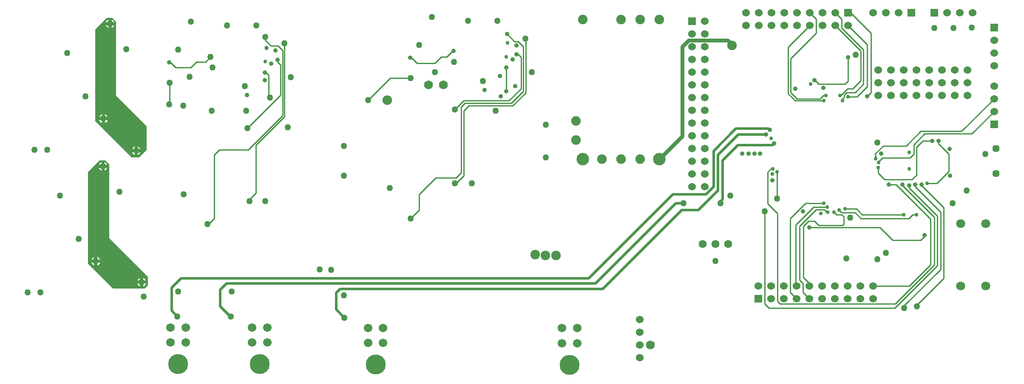
<source format=gbl>
G04 Layer_Physical_Order=4*
G04 Layer_Color=16711680*
%FSLAX23Y23*%
%MOIN*%
G70*
G01*
G75*
%ADD51C,0.020*%
%ADD52C,0.010*%
%ADD53C,0.030*%
%ADD59C,0.157*%
%ADD60C,0.067*%
%ADD61C,0.070*%
%ADD62C,0.060*%
%ADD63C,0.075*%
%ADD64C,0.098*%
%ADD65C,0.063*%
%ADD66C,0.071*%
%ADD67C,0.060*%
%ADD68R,0.060X0.060*%
%ADD69R,0.060X0.060*%
%ADD70C,0.057*%
%ADD71C,0.030*%
%ADD72C,0.035*%
%ADD73C,0.050*%
%ADD74C,0.075*%
%ADD75C,0.034*%
G36*
X4055Y5040D02*
Y4460D01*
X4295Y4220D01*
X4295Y4035D01*
X4235Y3975D01*
X4175D01*
X3890Y4260D01*
Y4980D01*
X3980Y5070D01*
X4025D01*
X4055Y5040D01*
D02*
G37*
G36*
X4000Y3920D02*
Y3340D01*
X4305Y3035D01*
X4305Y2970D01*
X4280Y2945D01*
X4030Y2945D01*
X3835Y3140D01*
Y3860D01*
X3925Y3950D01*
X3970D01*
X4000Y3920D01*
D02*
G37*
%LPC*%
G36*
X4019Y5058D02*
Y5037D01*
X4040D01*
X4037Y5043D01*
X4032Y5050D01*
X4025Y5056D01*
X4019Y5058D01*
D02*
G37*
G36*
X3943Y4313D02*
X3937Y4311D01*
X3930Y4305D01*
X3924Y4298D01*
X3922Y4293D01*
X3943D01*
Y4313D01*
D02*
G37*
G36*
X3988Y4267D02*
X3967D01*
Y4247D01*
X3973Y4249D01*
X3980Y4255D01*
X3986Y4262D01*
X3988Y4267D01*
D02*
G37*
G36*
X3943D02*
X3922D01*
X3924Y4262D01*
X3930Y4255D01*
X3937Y4249D01*
X3943Y4247D01*
Y4267D01*
D02*
G37*
G36*
X4040Y5012D02*
X4019D01*
Y4992D01*
X4025Y4994D01*
X4032Y5000D01*
X4037Y5007D01*
X4040Y5012D01*
D02*
G37*
G36*
X3994D02*
X3974D01*
X3976Y5007D01*
X3982Y5000D01*
X3989Y4994D01*
X3994Y4992D01*
Y5012D01*
D02*
G37*
G36*
X3967Y4313D02*
Y4293D01*
X3988D01*
X3986Y4298D01*
X3980Y4305D01*
X3973Y4311D01*
X3967Y4313D01*
D02*
G37*
G36*
X4200Y4015D02*
X4180D01*
X4182Y4010D01*
X4188Y4003D01*
X4195Y3997D01*
X4200Y3995D01*
Y4015D01*
D02*
G37*
G36*
X3994Y5058D02*
X3989Y5056D01*
X3982Y5050D01*
X3976Y5043D01*
X3974Y5037D01*
X3994D01*
Y5058D01*
D02*
G37*
G36*
X4225Y4060D02*
Y4040D01*
X4245D01*
X4243Y4045D01*
X4237Y4052D01*
X4230Y4058D01*
X4225Y4060D01*
D02*
G37*
G36*
X4200D02*
X4195Y4058D01*
X4188Y4052D01*
X4182Y4045D01*
X4180Y4040D01*
X4200D01*
Y4060D01*
D02*
G37*
G36*
X4245Y4015D02*
X4225D01*
Y3995D01*
X4230Y3997D01*
X4237Y4003D01*
X4243Y4010D01*
X4245Y4015D01*
D02*
G37*
G36*
X3908Y3193D02*
Y3172D01*
X3928D01*
X3926Y3178D01*
X3920Y3185D01*
X3913Y3191D01*
X3908Y3193D01*
D02*
G37*
G36*
X3882D02*
X3877Y3191D01*
X3870Y3185D01*
X3864Y3178D01*
X3862Y3172D01*
X3882D01*
Y3193D01*
D02*
G37*
G36*
X3928Y3148D02*
X3908D01*
Y3127D01*
X3913Y3129D01*
X3920Y3135D01*
X3926Y3142D01*
X3928Y3148D01*
D02*
G37*
G36*
X3939Y3938D02*
X3934Y3936D01*
X3927Y3930D01*
X3921Y3923D01*
X3919Y3918D01*
X3939D01*
Y3938D01*
D02*
G37*
G36*
X3985Y3892D02*
X3964D01*
Y3872D01*
X3970Y3874D01*
X3977Y3880D01*
X3982Y3887D01*
X3985Y3892D01*
D02*
G37*
G36*
X3939D02*
X3919D01*
X3921Y3887D01*
X3927Y3880D01*
X3934Y3874D01*
X3939Y3872D01*
Y3892D01*
D02*
G37*
G36*
X4288Y2983D02*
X4267D01*
Y2962D01*
X4273Y2964D01*
X4280Y2970D01*
X4286Y2977D01*
X4288Y2983D01*
D02*
G37*
G36*
X4242D02*
X4222D01*
X4224Y2977D01*
X4230Y2970D01*
X4237Y2964D01*
X4242Y2962D01*
Y2983D01*
D02*
G37*
G36*
X3882Y3148D02*
X3862D01*
X3864Y3142D01*
X3870Y3135D01*
X3877Y3129D01*
X3882Y3127D01*
Y3148D01*
D02*
G37*
G36*
X4267Y3028D02*
Y3007D01*
X4288D01*
X4286Y3013D01*
X4280Y3020D01*
X4273Y3026D01*
X4267Y3028D01*
D02*
G37*
G36*
X4242D02*
X4237Y3026D01*
X4230Y3020D01*
X4224Y3013D01*
X4222Y3007D01*
X4242D01*
Y3028D01*
D02*
G37*
G36*
X3964Y3938D02*
Y3918D01*
X3985D01*
X3982Y3923D01*
X3977Y3930D01*
X3970Y3936D01*
X3964Y3938D01*
D02*
G37*
%LPD*%
D51*
X8775Y3995D02*
X8935Y4155D01*
X8490Y3560D02*
X8620D01*
X8775Y3715D01*
X7870Y2940D02*
X8490Y3560D01*
X8775Y3715D02*
Y3995D01*
X8680Y3685D02*
X8740Y3745D01*
X4920Y2985D02*
X7815D01*
X8420Y3685D02*
X8680D01*
X7760Y3025D02*
X8420Y3685D01*
X4490Y2770D02*
X4535Y2725D01*
X4490Y2770D02*
Y2950D01*
X4870Y2805D02*
X4950Y2725D01*
X4870Y2805D02*
Y2935D01*
X8795Y3615D02*
Y3630D01*
X5780Y2780D02*
X5845Y2715D01*
X5780Y2780D02*
Y2910D01*
X5810Y2940D01*
X4490Y2950D02*
X4565Y3025D01*
X4870Y2935D02*
X4920Y2985D01*
X4565Y3025D02*
X7760D01*
X5810Y2940D02*
X7870D01*
X8445Y3615D02*
X8505D01*
X7815Y2985D02*
X8445Y3615D01*
X8795Y3630D02*
X8810Y3645D01*
Y3950D01*
X8935Y4155D02*
X9150D01*
X8740Y3745D02*
Y4025D01*
X8915Y4200D01*
X9170D01*
X9180Y4190D01*
X8810Y3950D02*
X8930Y4070D01*
X9200D02*
X9215Y4085D01*
X8930Y4070D02*
X9200D01*
D52*
X9607Y3563D02*
X9630Y3540D01*
X10365Y3325D02*
X10400Y3360D01*
X7200Y4790D02*
X7230Y4760D01*
X4770Y3440D02*
X4825Y3495D01*
X9795Y4450D02*
X9865D01*
X9945Y4530D01*
X9765Y4450D02*
Y4465D01*
X9750Y4435D02*
X9765Y4450D01*
X9750Y4420D02*
Y4435D01*
X9765Y4465D02*
X9785Y4485D01*
X9850D01*
X9380Y4420D02*
X9605D01*
X9600Y4460D02*
X9620D01*
X9575Y4435D02*
X9600Y4460D01*
X9395Y4435D02*
X9575D01*
X9790Y4515D02*
X9830D01*
X9850Y4485D02*
X9915Y4550D01*
X4825Y3495D02*
Y3995D01*
X4770Y3440D02*
Y3450D01*
X4475Y4395D02*
Y4560D01*
X4470Y4390D02*
X4475Y4395D01*
X9990Y2965D02*
X10275D01*
X9340Y2915D02*
X9390Y2865D01*
X5100Y3630D02*
Y3645D01*
X5150Y3695D01*
X4520Y4680D02*
X4640D01*
X4480Y4720D02*
X4520Y4680D01*
X4470Y4720D02*
X4480D01*
X4640Y4680D02*
X4685Y4725D01*
X4756D01*
X5090Y4035D02*
X5360Y4305D01*
X4865Y4035D02*
X5090D01*
X4825Y3995D02*
X4865Y4035D01*
X5150Y4070D02*
X5375Y4295D01*
X5150Y3695D02*
Y4070D01*
X5375Y4295D02*
Y4870D01*
X5085Y4205D02*
X5345Y4465D01*
X6555Y4713D02*
X6605Y4763D01*
X6646D01*
X6360Y4758D02*
X6370D01*
X6415Y4713D01*
X6555D01*
X6365Y3495D02*
Y3505D01*
Y3495D02*
X6430Y3560D01*
Y3685D01*
X6790Y4400D02*
X7155D01*
X6203Y4598D02*
X6365D01*
X6030Y4425D02*
X6203Y4598D01*
X6430Y3685D02*
X6560Y3815D01*
X6720D01*
X6820Y4380D02*
X7165D01*
X7230Y4515D02*
Y4760D01*
X6720Y3815D02*
X6760Y3855D01*
Y4370D01*
X6790Y4400D01*
X6780Y4340D02*
X6820Y4380D01*
X6710Y3770D02*
X6720D01*
X6780Y3830D01*
Y4340D01*
X10330Y3835D02*
Y4055D01*
X10380Y4105D01*
X10455D01*
X10765Y4160D02*
X10940Y4335D01*
X10685Y4180D02*
X10940Y4435D01*
X9745Y4990D02*
Y5060D01*
X9695Y5110D02*
X9745Y5060D01*
X9795Y5110D02*
X9815D01*
X10145Y3325D02*
X10365D01*
X9385Y2970D02*
X9390Y2965D01*
X9140Y2825D02*
Y3550D01*
Y2825D02*
X9175Y2790D01*
X4950Y2725D02*
X4955D01*
X10070Y4065D02*
X10250D01*
X10365Y4180D01*
X10685D01*
X10065Y3970D02*
X10280D01*
X10310Y4000D01*
Y4075D01*
X10395Y4160D01*
X10765D01*
X9175Y2790D02*
X10160D01*
X10220Y3755D02*
Y3760D01*
X9945Y4455D02*
X9975Y4485D01*
Y4950D01*
X9815Y5110D02*
X9975Y4950D01*
X9795Y5010D02*
X9945Y4860D01*
Y4530D02*
Y4860D01*
X9915Y4550D02*
Y4820D01*
X9745Y4990D02*
X9915Y4820D01*
X9545Y4950D02*
Y5060D01*
X9495Y5110D02*
X9545Y5060D01*
X10415Y3770D02*
X10490D01*
X10585Y3865D01*
X7265Y4908D02*
X7266Y4907D01*
Y4481D02*
Y4907D01*
X7165Y4380D02*
X7266Y4481D01*
X7155Y4400D02*
X7248Y4493D01*
X6710Y4350D02*
X6780Y4420D01*
X9260Y2825D02*
X10164D01*
X9240Y2845D02*
X9260Y2825D01*
X9240Y2845D02*
Y3535D01*
X9440Y2915D02*
X9490Y2865D01*
X9415Y3010D02*
X9440Y2985D01*
Y2915D02*
Y2985D01*
X9490Y2965D02*
Y2985D01*
X9445Y3030D02*
X9490Y2985D01*
Y3425D02*
X10045D01*
X10145Y3325D01*
X9530Y3475D02*
X9565Y3440D01*
X9750D01*
X9760Y3450D01*
Y3510D01*
X9685Y3545D02*
X9705Y3525D01*
X9745D01*
X9760Y3510D01*
X9725Y3560D02*
X9745Y3540D01*
X9850D01*
X9860Y3570D02*
X9905Y3525D01*
X9770Y3570D02*
X9860D01*
X9850Y3540D02*
X9895Y3495D01*
X10270D01*
X10300Y3525D01*
X9905D02*
X10230D01*
X9340Y2915D02*
Y3495D01*
X9385Y2970D02*
Y3445D01*
X9415Y3010D02*
Y3435D01*
X9445Y3030D02*
Y3435D01*
X9485Y3475D01*
X9530D01*
X9385Y3445D02*
X9525Y3585D01*
X9630D01*
X9460Y3615D02*
X9605D01*
X9340Y3495D02*
X9460Y3615D01*
X9543Y3563D02*
X9607D01*
X9189Y3884D02*
X9205D01*
X5345Y4465D02*
Y4700D01*
X5220Y4640D02*
X5230D01*
X7115Y4493D02*
Y4680D01*
X9530Y4580D02*
X9535D01*
X9893Y4578D02*
Y4812D01*
X9830Y4515D02*
X9893Y4578D01*
X9695Y5010D02*
X9893Y4812D01*
X9535Y4580D02*
X9565Y4550D01*
X9770D02*
X9795Y4575D01*
Y4760D01*
X9733Y4458D02*
X9790Y4515D01*
X9732Y4460D02*
X9733Y4458D01*
X9730Y4460D02*
X9732D01*
X5225Y4895D02*
Y4920D01*
Y4895D02*
X5270Y4850D01*
X5325D01*
X5360Y4815D01*
Y4305D02*
Y4815D01*
X4756Y4725D02*
X4795Y4764D01*
Y4765D01*
X5250Y4455D02*
X5260Y4445D01*
X5250Y4455D02*
Y4567D01*
X5251Y4567D01*
Y4620D01*
X5230Y4640D02*
X5251Y4620D01*
X5320Y4725D02*
X5345Y4700D01*
X5320Y4725D02*
Y4740D01*
X6646Y4763D02*
X6693Y4810D01*
X6700D01*
X7135Y4420D02*
X7230Y4515D01*
X6780Y4420D02*
X7135D01*
X7195Y4785D02*
X7200Y4790D01*
X7208Y4885D02*
X7248Y4845D01*
Y4493D02*
Y4845D01*
X7120Y4943D02*
X7178Y4885D01*
X7208D01*
X9237Y3650D02*
Y3862D01*
X9325Y4475D02*
X9380Y4420D01*
X9325Y4475D02*
Y4840D01*
X9495Y5010D01*
X9345Y4485D02*
X9395Y4435D01*
X9345Y4485D02*
Y4750D01*
X9545Y4950D01*
X9565Y4550D02*
X9587D01*
X9587Y4550D01*
X9613D01*
X9613Y4550D01*
X9770D01*
X10505Y4080D02*
Y4105D01*
Y4080D02*
X10585Y4000D01*
Y3865D02*
Y4000D01*
X10005D02*
X10070Y4065D01*
X10035Y3940D02*
X10065Y3970D01*
X10035Y3935D02*
Y3940D01*
X10005Y4000D02*
X10010Y3995D01*
Y3965D02*
Y3995D01*
X10115Y3760D02*
X10170D01*
X10295Y3800D02*
X10330Y3835D01*
X10030Y3850D02*
Y3895D01*
Y3850D02*
X10080Y3800D01*
X10295D01*
X10275Y3735D02*
Y3755D01*
X10375Y3750D02*
X10375Y3750D01*
X10320Y3745D02*
Y3760D01*
X10370Y3756D02*
X10375Y3750D01*
X10370Y3756D02*
Y3760D01*
X10235Y2790D02*
Y2810D01*
X10335Y2805D02*
Y2815D01*
X10545Y3025D01*
Y3580D01*
X10375Y3750D02*
X10545Y3580D01*
X10235Y2810D02*
X10520Y3095D01*
Y3545D01*
X10320Y3745D02*
X10520Y3545D01*
X10160Y2790D02*
X10495Y3125D01*
Y3515D01*
X10275Y3735D02*
X10495Y3515D01*
X10164Y2825D02*
X10470Y3131D01*
Y3505D01*
X10220Y3755D02*
X10470Y3505D01*
X10275Y2965D02*
X10440Y3130D01*
Y3490D01*
X10170Y3760D02*
X10440Y3490D01*
X10395Y3365D02*
X10400Y3360D01*
X9415Y3435D02*
X9543Y3563D01*
X9165Y3610D02*
X9240Y3535D01*
X9165Y3610D02*
Y3860D01*
X9189Y3884D01*
X9630Y3540D02*
X9635Y3545D01*
X10300Y3525D02*
X10330D01*
D53*
X8545Y4895D02*
X8850D01*
X8495Y4845D02*
X8545Y4895D01*
X8495Y4142D02*
Y4845D01*
X8314Y3961D02*
X8495Y4142D01*
X8850Y4895D02*
X8885Y4860D01*
Y4855D02*
Y4860D01*
D59*
X7610Y2345D02*
D03*
X4541Y2350D02*
D03*
X6089Y2347D02*
D03*
X5180Y2350D02*
D03*
D60*
X7551Y2633D02*
D03*
X7669D02*
D03*
Y2515D02*
D03*
X7551D02*
D03*
X4482Y2638D02*
D03*
X4600D02*
D03*
Y2520D02*
D03*
X4482D02*
D03*
X6030Y2635D02*
D03*
X6148D02*
D03*
Y2517D02*
D03*
X6030D02*
D03*
X5121Y2638D02*
D03*
X5239D02*
D03*
Y2520D02*
D03*
X5121D02*
D03*
D61*
X8245Y2500D02*
D03*
X6620Y4545D02*
D03*
X6505D02*
D03*
D62*
X8160Y2700D02*
D03*
Y2600D02*
D03*
Y2500D02*
D03*
Y2400D02*
D03*
D63*
X7660Y4110D02*
D03*
Y4260D02*
D03*
X8164Y3961D02*
D03*
X8014D02*
D03*
X7865D02*
D03*
X7715Y5059D02*
D03*
X8014D02*
D03*
X8164D02*
D03*
X8314D02*
D03*
D64*
Y3961D02*
D03*
X7715D02*
D03*
D65*
X8855Y3295D02*
D03*
X8755D02*
D03*
X8655D02*
D03*
D66*
X10678Y3455D02*
D03*
Y2963D02*
D03*
X10875Y3455D02*
D03*
Y2963D02*
D03*
D67*
X8670Y3745D02*
D03*
X8570D02*
D03*
X8670Y3845D02*
D03*
X8570D02*
D03*
X8670Y3945D02*
D03*
X8570D02*
D03*
X8670Y4045D02*
D03*
X8570D02*
D03*
X8670Y4145D02*
D03*
X8570D02*
D03*
X8670Y4245D02*
D03*
X8570D02*
D03*
X8670Y4345D02*
D03*
X8570D02*
D03*
X8670Y4445D02*
D03*
X8570D02*
D03*
X8670Y4545D02*
D03*
X8570D02*
D03*
X8670Y4645D02*
D03*
X8570D02*
D03*
X8670Y4745D02*
D03*
X8570D02*
D03*
X8670Y4845D02*
D03*
X8570D02*
D03*
X8670Y4945D02*
D03*
X8570D02*
D03*
X8670Y5045D02*
D03*
X9990Y2965D02*
D03*
Y2865D02*
D03*
X9890Y2965D02*
D03*
Y2865D02*
D03*
X9790Y2965D02*
D03*
Y2865D02*
D03*
X9690Y2965D02*
D03*
Y2865D02*
D03*
X9590Y2965D02*
D03*
Y2865D02*
D03*
X9490Y2965D02*
D03*
Y2865D02*
D03*
X9390Y2965D02*
D03*
Y2865D02*
D03*
X9290Y2965D02*
D03*
Y2865D02*
D03*
X9190Y2965D02*
D03*
Y2865D02*
D03*
X9090Y2965D02*
D03*
X10030Y4460D02*
D03*
Y4560D02*
D03*
Y4660D02*
D03*
X10130Y4460D02*
D03*
Y4560D02*
D03*
Y4660D02*
D03*
X10230Y4460D02*
D03*
Y4560D02*
D03*
Y4660D02*
D03*
X10330Y4460D02*
D03*
Y4560D02*
D03*
Y4660D02*
D03*
X10430Y4460D02*
D03*
Y4560D02*
D03*
Y4660D02*
D03*
X10530Y4460D02*
D03*
Y4560D02*
D03*
Y4660D02*
D03*
X10630Y4460D02*
D03*
Y4560D02*
D03*
Y4660D02*
D03*
X10730D02*
D03*
Y4560D02*
D03*
Y4460D02*
D03*
X9795Y5010D02*
D03*
X9695Y5110D02*
D03*
Y5010D02*
D03*
X9595Y5110D02*
D03*
Y5010D02*
D03*
X9495Y5110D02*
D03*
Y5010D02*
D03*
X9395Y5110D02*
D03*
Y5010D02*
D03*
X9295Y5110D02*
D03*
Y5010D02*
D03*
X9195Y5110D02*
D03*
Y5010D02*
D03*
X9095Y5110D02*
D03*
Y5010D02*
D03*
X8995Y5110D02*
D03*
Y5010D02*
D03*
X10940Y4335D02*
D03*
Y4435D02*
D03*
Y4535D02*
D03*
Y4895D02*
D03*
Y4795D02*
D03*
Y4695D02*
D03*
X10190Y5110D02*
D03*
X10090D02*
D03*
X9990D02*
D03*
X10570D02*
D03*
X10670D02*
D03*
X10770D02*
D03*
D68*
X8570Y5045D02*
D03*
X10940Y4235D02*
D03*
Y4995D02*
D03*
D69*
X9090Y2865D02*
D03*
X9795Y5110D02*
D03*
X10290D02*
D03*
X10470D02*
D03*
D70*
X10955Y4043D02*
D03*
Y3847D02*
D03*
D71*
X9795Y4450D02*
D03*
X9630Y3585D02*
D03*
X9190Y4125D02*
D03*
X9605Y4420D02*
D03*
X9620Y4460D02*
D03*
X9750Y4420D02*
D03*
X10275Y3885D02*
D03*
X5223Y4728D02*
D03*
X7115Y4765D02*
D03*
X10275Y4015D02*
D03*
X10030Y3895D02*
D03*
X10415Y3770D02*
D03*
X9685Y3545D02*
D03*
X9725Y3560D02*
D03*
X9770Y3570D02*
D03*
X10230Y3525D02*
D03*
X9580Y3535D02*
D03*
X9605Y3615D02*
D03*
X9237Y3862D02*
D03*
X9205Y3884D02*
D03*
X7125Y4875D02*
D03*
X9730Y4460D02*
D03*
X9200Y3845D02*
D03*
X9500Y4550D02*
D03*
X10035Y3935D02*
D03*
X10010Y3965D02*
D03*
X9635Y3545D02*
D03*
X10330Y3525D02*
D03*
D72*
X9440Y3550D02*
D03*
X9015Y4005D02*
D03*
X8965D02*
D03*
X9060D02*
D03*
X9105D02*
D03*
X5080Y4465D02*
D03*
X4470Y4720D02*
D03*
X6945Y4503D02*
D03*
X7120Y4943D02*
D03*
X6360Y4758D02*
D03*
X7165Y4743D02*
D03*
X7185Y4533D02*
D03*
X7065Y4613D02*
D03*
X7115Y4493D02*
D03*
X10595Y3830D02*
D03*
X10590Y4040D02*
D03*
X10505Y4105D02*
D03*
X10455D02*
D03*
X9945Y4455D02*
D03*
X10220Y3760D02*
D03*
X9150Y4155D02*
D03*
X5220Y4640D02*
D03*
X7115Y4680D02*
D03*
X9530Y4580D02*
D03*
X9795Y4760D02*
D03*
X5305Y4815D02*
D03*
X5220Y4580D02*
D03*
X5320Y4740D02*
D03*
X5270Y4710D02*
D03*
X6700Y4810D02*
D03*
X7070Y4455D02*
D03*
X7195Y4785D02*
D03*
Y4855D02*
D03*
X9200Y3795D02*
D03*
X9380Y4515D02*
D03*
X9600Y4520D02*
D03*
X10055Y4005D02*
D03*
X10115Y3760D02*
D03*
X10275Y3755D02*
D03*
X10320Y3760D02*
D03*
X10370D02*
D03*
X10395Y3365D02*
D03*
X9490Y3425D02*
D03*
X9180Y4190D02*
D03*
X9215Y4085D02*
D03*
D73*
X4270Y2880D02*
D03*
X4213Y4028D02*
D03*
X4255Y2995D02*
D03*
X8795Y3615D02*
D03*
X5845Y2715D02*
D03*
X4540Y2920D02*
D03*
X4955Y2725D02*
D03*
X4960Y2920D02*
D03*
X4770Y3450D02*
D03*
X4470Y4390D02*
D03*
X4585Y3685D02*
D03*
X4580Y4380D02*
D03*
X10615Y3615D02*
D03*
X10090Y3225D02*
D03*
X9780Y3180D02*
D03*
X5840Y3830D02*
D03*
Y4065D02*
D03*
X5225Y3630D02*
D03*
X5260Y4445D02*
D03*
X5100Y3630D02*
D03*
X6365Y4598D02*
D03*
X3815Y4455D02*
D03*
X3670Y4795D02*
D03*
X3955Y4280D02*
D03*
X4135Y4825D02*
D03*
X3415Y4035D02*
D03*
X3515D02*
D03*
X4007Y5025D02*
D03*
X3952Y3905D02*
D03*
X3615Y3675D02*
D03*
X3360Y2915D02*
D03*
X3460D02*
D03*
X3895Y3160D02*
D03*
X3760Y3335D02*
D03*
X4080Y3705D02*
D03*
X5375Y4870D02*
D03*
X5425Y4605D02*
D03*
X4640Y5040D02*
D03*
X8755Y3160D02*
D03*
X5155Y5010D02*
D03*
X4925D02*
D03*
X5065Y4535D02*
D03*
X4475Y4560D02*
D03*
X4540Y4820D02*
D03*
X6430Y4858D02*
D03*
X6930Y4573D02*
D03*
X7265Y4908D02*
D03*
X6530Y5078D02*
D03*
X7315Y4643D02*
D03*
X6555D02*
D03*
X7045Y5048D02*
D03*
X5400Y4210D02*
D03*
X5085Y4205D02*
D03*
X4810Y4680D02*
D03*
X4630Y4607D02*
D03*
X4805Y4340D02*
D03*
X5075D02*
D03*
X6705Y4725D02*
D03*
X6030Y4425D02*
D03*
X6365Y3495D02*
D03*
X6200Y3735D02*
D03*
X7030Y4340D02*
D03*
X6710Y3770D02*
D03*
X6845D02*
D03*
X6710Y4350D02*
D03*
X7425Y3975D02*
D03*
Y4230D02*
D03*
X10725Y3715D02*
D03*
X10870Y4000D02*
D03*
X9140Y3550D02*
D03*
X10765Y4995D02*
D03*
X10620Y4990D02*
D03*
X10470D02*
D03*
X8870Y3675D02*
D03*
X4535Y2725D02*
D03*
X5650Y3095D02*
D03*
X5740Y3090D02*
D03*
X5840Y2890D02*
D03*
X8505Y3615D02*
D03*
X10025Y3175D02*
D03*
X9810Y3500D02*
D03*
X6815Y5048D02*
D03*
X10025Y4090D02*
D03*
X9855Y4780D02*
D03*
X5225Y4920D02*
D03*
X4795Y4765D02*
D03*
X9237Y3650D02*
D03*
X10235Y2790D02*
D03*
X10335Y2805D02*
D03*
D74*
X6180Y4425D02*
D03*
X7420Y3205D02*
D03*
X7340Y3210D02*
D03*
X7505Y3205D02*
D03*
X8885Y4855D02*
D03*
D75*
X5235Y4835D02*
D03*
M02*

</source>
